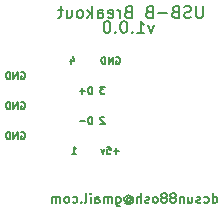
<source format=gbr>
G04 #@! TF.FileFunction,Legend,Bot*
%FSLAX46Y46*%
G04 Gerber Fmt 4.6, Leading zero omitted, Abs format (unit mm)*
G04 Created by KiCad (PCBNEW 4.0.7) date Thu May  3 20:42:55 2018*
%MOMM*%
%LPD*%
G01*
G04 APERTURE LIST*
%ADD10C,0.100000*%
%ADD11C,0.127000*%
%ADD12C,0.150000*%
%ADD13C,1.244600*%
%ADD14C,3.276600*%
%ADD15C,1.625600*%
%ADD16C,4.701600*%
%ADD17C,1.752600*%
G04 APERTURE END LIST*
D10*
D11*
X141709572Y-105452857D02*
X141252429Y-105452857D01*
X141481000Y-105681429D02*
X141481000Y-105224286D01*
X140681001Y-105081429D02*
X140966715Y-105081429D01*
X140995286Y-105367143D01*
X140966715Y-105338571D01*
X140909572Y-105310000D01*
X140766715Y-105310000D01*
X140709572Y-105338571D01*
X140681001Y-105367143D01*
X140652429Y-105424286D01*
X140652429Y-105567143D01*
X140681001Y-105624286D01*
X140709572Y-105652857D01*
X140766715Y-105681429D01*
X140909572Y-105681429D01*
X140966715Y-105652857D01*
X140995286Y-105624286D01*
X140452429Y-105281429D02*
X140309572Y-105681429D01*
X140166714Y-105281429D01*
X139430143Y-103141429D02*
X139430143Y-102541429D01*
X139287286Y-102541429D01*
X139201571Y-102570000D01*
X139144429Y-102627143D01*
X139115857Y-102684286D01*
X139087286Y-102798571D01*
X139087286Y-102884286D01*
X139115857Y-102998571D01*
X139144429Y-103055714D01*
X139201571Y-103112857D01*
X139287286Y-103141429D01*
X139430143Y-103141429D01*
X138830143Y-102912857D02*
X138373000Y-102912857D01*
X139430143Y-100601429D02*
X139430143Y-100001429D01*
X139287286Y-100001429D01*
X139201571Y-100030000D01*
X139144429Y-100087143D01*
X139115857Y-100144286D01*
X139087286Y-100258571D01*
X139087286Y-100344286D01*
X139115857Y-100458571D01*
X139144429Y-100515714D01*
X139201571Y-100572857D01*
X139287286Y-100601429D01*
X139430143Y-100601429D01*
X138830143Y-100372857D02*
X138373000Y-100372857D01*
X138601571Y-100601429D02*
X138601571Y-100144286D01*
X141452428Y-97490000D02*
X141509571Y-97461429D01*
X141595285Y-97461429D01*
X141681000Y-97490000D01*
X141738142Y-97547143D01*
X141766714Y-97604286D01*
X141795285Y-97718571D01*
X141795285Y-97804286D01*
X141766714Y-97918571D01*
X141738142Y-97975714D01*
X141681000Y-98032857D01*
X141595285Y-98061429D01*
X141538142Y-98061429D01*
X141452428Y-98032857D01*
X141423857Y-98004286D01*
X141423857Y-97804286D01*
X141538142Y-97804286D01*
X141166714Y-98061429D02*
X141166714Y-97461429D01*
X140823857Y-98061429D01*
X140823857Y-97461429D01*
X140538143Y-98061429D02*
X140538143Y-97461429D01*
X140395286Y-97461429D01*
X140309571Y-97490000D01*
X140252429Y-97547143D01*
X140223857Y-97604286D01*
X140195286Y-97718571D01*
X140195286Y-97804286D01*
X140223857Y-97918571D01*
X140252429Y-97975714D01*
X140309571Y-98032857D01*
X140395286Y-98061429D01*
X140538143Y-98061429D01*
X137649000Y-97661429D02*
X137649000Y-98061429D01*
X137791857Y-97432857D02*
X137934714Y-97861429D01*
X137563286Y-97861429D01*
X140503286Y-100001429D02*
X140131857Y-100001429D01*
X140331857Y-100230000D01*
X140246143Y-100230000D01*
X140189000Y-100258571D01*
X140160429Y-100287143D01*
X140131857Y-100344286D01*
X140131857Y-100487143D01*
X140160429Y-100544286D01*
X140189000Y-100572857D01*
X140246143Y-100601429D01*
X140417571Y-100601429D01*
X140474714Y-100572857D01*
X140503286Y-100544286D01*
X140474714Y-102598571D02*
X140446143Y-102570000D01*
X140389000Y-102541429D01*
X140246143Y-102541429D01*
X140189000Y-102570000D01*
X140160429Y-102598571D01*
X140131857Y-102655714D01*
X140131857Y-102712857D01*
X140160429Y-102798571D01*
X140503286Y-103141429D01*
X140131857Y-103141429D01*
X137718857Y-105681429D02*
X138061714Y-105681429D01*
X137890286Y-105681429D02*
X137890286Y-105081429D01*
X137947429Y-105167143D01*
X138004571Y-105224286D01*
X138061714Y-105252857D01*
X133400857Y-98760000D02*
X133458000Y-98731429D01*
X133543714Y-98731429D01*
X133629429Y-98760000D01*
X133686571Y-98817143D01*
X133715143Y-98874286D01*
X133743714Y-98988571D01*
X133743714Y-99074286D01*
X133715143Y-99188571D01*
X133686571Y-99245714D01*
X133629429Y-99302857D01*
X133543714Y-99331429D01*
X133486571Y-99331429D01*
X133400857Y-99302857D01*
X133372286Y-99274286D01*
X133372286Y-99074286D01*
X133486571Y-99074286D01*
X133115143Y-99331429D02*
X133115143Y-98731429D01*
X132772286Y-99331429D01*
X132772286Y-98731429D01*
X132486572Y-99331429D02*
X132486572Y-98731429D01*
X132343715Y-98731429D01*
X132258000Y-98760000D01*
X132200858Y-98817143D01*
X132172286Y-98874286D01*
X132143715Y-98988571D01*
X132143715Y-99074286D01*
X132172286Y-99188571D01*
X132200858Y-99245714D01*
X132258000Y-99302857D01*
X132343715Y-99331429D01*
X132486572Y-99331429D01*
X133400857Y-101300000D02*
X133458000Y-101271429D01*
X133543714Y-101271429D01*
X133629429Y-101300000D01*
X133686571Y-101357143D01*
X133715143Y-101414286D01*
X133743714Y-101528571D01*
X133743714Y-101614286D01*
X133715143Y-101728571D01*
X133686571Y-101785714D01*
X133629429Y-101842857D01*
X133543714Y-101871429D01*
X133486571Y-101871429D01*
X133400857Y-101842857D01*
X133372286Y-101814286D01*
X133372286Y-101614286D01*
X133486571Y-101614286D01*
X133115143Y-101871429D02*
X133115143Y-101271429D01*
X132772286Y-101871429D01*
X132772286Y-101271429D01*
X132486572Y-101871429D02*
X132486572Y-101271429D01*
X132343715Y-101271429D01*
X132258000Y-101300000D01*
X132200858Y-101357143D01*
X132172286Y-101414286D01*
X132143715Y-101528571D01*
X132143715Y-101614286D01*
X132172286Y-101728571D01*
X132200858Y-101785714D01*
X132258000Y-101842857D01*
X132343715Y-101871429D01*
X132486572Y-101871429D01*
X133400857Y-103840000D02*
X133458000Y-103811429D01*
X133543714Y-103811429D01*
X133629429Y-103840000D01*
X133686571Y-103897143D01*
X133715143Y-103954286D01*
X133743714Y-104068571D01*
X133743714Y-104154286D01*
X133715143Y-104268571D01*
X133686571Y-104325714D01*
X133629429Y-104382857D01*
X133543714Y-104411429D01*
X133486571Y-104411429D01*
X133400857Y-104382857D01*
X133372286Y-104354286D01*
X133372286Y-104154286D01*
X133486571Y-104154286D01*
X133115143Y-104411429D02*
X133115143Y-103811429D01*
X132772286Y-104411429D01*
X132772286Y-103811429D01*
X132486572Y-104411429D02*
X132486572Y-103811429D01*
X132343715Y-103811429D01*
X132258000Y-103840000D01*
X132200858Y-103897143D01*
X132172286Y-103954286D01*
X132143715Y-104068571D01*
X132143715Y-104154286D01*
X132172286Y-104268571D01*
X132200858Y-104325714D01*
X132258000Y-104382857D01*
X132343715Y-104411429D01*
X132486572Y-104411429D01*
D12*
X148795620Y-93178381D02*
X148795620Y-93987905D01*
X148748001Y-94083143D01*
X148700382Y-94130762D01*
X148605144Y-94178381D01*
X148414667Y-94178381D01*
X148319429Y-94130762D01*
X148271810Y-94083143D01*
X148224191Y-93987905D01*
X148224191Y-93178381D01*
X147795620Y-94130762D02*
X147652763Y-94178381D01*
X147414667Y-94178381D01*
X147319429Y-94130762D01*
X147271810Y-94083143D01*
X147224191Y-93987905D01*
X147224191Y-93892667D01*
X147271810Y-93797429D01*
X147319429Y-93749810D01*
X147414667Y-93702190D01*
X147605144Y-93654571D01*
X147700382Y-93606952D01*
X147748001Y-93559333D01*
X147795620Y-93464095D01*
X147795620Y-93368857D01*
X147748001Y-93273619D01*
X147700382Y-93226000D01*
X147605144Y-93178381D01*
X147367048Y-93178381D01*
X147224191Y-93226000D01*
X146462286Y-93654571D02*
X146319429Y-93702190D01*
X146271810Y-93749810D01*
X146224191Y-93845048D01*
X146224191Y-93987905D01*
X146271810Y-94083143D01*
X146319429Y-94130762D01*
X146414667Y-94178381D01*
X146795620Y-94178381D01*
X146795620Y-93178381D01*
X146462286Y-93178381D01*
X146367048Y-93226000D01*
X146319429Y-93273619D01*
X146271810Y-93368857D01*
X146271810Y-93464095D01*
X146319429Y-93559333D01*
X146367048Y-93606952D01*
X146462286Y-93654571D01*
X146795620Y-93654571D01*
X145795620Y-93797429D02*
X145033715Y-93797429D01*
X144224191Y-93654571D02*
X144081334Y-93702190D01*
X144033715Y-93749810D01*
X143986096Y-93845048D01*
X143986096Y-93987905D01*
X144033715Y-94083143D01*
X144081334Y-94130762D01*
X144176572Y-94178381D01*
X144557525Y-94178381D01*
X144557525Y-93178381D01*
X144224191Y-93178381D01*
X144128953Y-93226000D01*
X144081334Y-93273619D01*
X144033715Y-93368857D01*
X144033715Y-93464095D01*
X144081334Y-93559333D01*
X144128953Y-93606952D01*
X144224191Y-93654571D01*
X144557525Y-93654571D01*
X142462286Y-93654571D02*
X142319429Y-93702190D01*
X142271810Y-93749810D01*
X142224191Y-93845048D01*
X142224191Y-93987905D01*
X142271810Y-94083143D01*
X142319429Y-94130762D01*
X142414667Y-94178381D01*
X142795620Y-94178381D01*
X142795620Y-93178381D01*
X142462286Y-93178381D01*
X142367048Y-93226000D01*
X142319429Y-93273619D01*
X142271810Y-93368857D01*
X142271810Y-93464095D01*
X142319429Y-93559333D01*
X142367048Y-93606952D01*
X142462286Y-93654571D01*
X142795620Y-93654571D01*
X141795620Y-94178381D02*
X141795620Y-93511714D01*
X141795620Y-93702190D02*
X141748001Y-93606952D01*
X141700382Y-93559333D01*
X141605144Y-93511714D01*
X141509905Y-93511714D01*
X140795619Y-94130762D02*
X140890857Y-94178381D01*
X141081334Y-94178381D01*
X141176572Y-94130762D01*
X141224191Y-94035524D01*
X141224191Y-93654571D01*
X141176572Y-93559333D01*
X141081334Y-93511714D01*
X140890857Y-93511714D01*
X140795619Y-93559333D01*
X140748000Y-93654571D01*
X140748000Y-93749810D01*
X141224191Y-93845048D01*
X139890857Y-94178381D02*
X139890857Y-93654571D01*
X139938476Y-93559333D01*
X140033714Y-93511714D01*
X140224191Y-93511714D01*
X140319429Y-93559333D01*
X139890857Y-94130762D02*
X139986095Y-94178381D01*
X140224191Y-94178381D01*
X140319429Y-94130762D01*
X140367048Y-94035524D01*
X140367048Y-93940286D01*
X140319429Y-93845048D01*
X140224191Y-93797429D01*
X139986095Y-93797429D01*
X139890857Y-93749810D01*
X139414667Y-94178381D02*
X139414667Y-93178381D01*
X139319429Y-93797429D02*
X139033714Y-94178381D01*
X139033714Y-93511714D02*
X139414667Y-93892667D01*
X138462286Y-94178381D02*
X138557524Y-94130762D01*
X138605143Y-94083143D01*
X138652762Y-93987905D01*
X138652762Y-93702190D01*
X138605143Y-93606952D01*
X138557524Y-93559333D01*
X138462286Y-93511714D01*
X138319428Y-93511714D01*
X138224190Y-93559333D01*
X138176571Y-93606952D01*
X138128952Y-93702190D01*
X138128952Y-93987905D01*
X138176571Y-94083143D01*
X138224190Y-94130762D01*
X138319428Y-94178381D01*
X138462286Y-94178381D01*
X137271809Y-93511714D02*
X137271809Y-94178381D01*
X137700381Y-93511714D02*
X137700381Y-94035524D01*
X137652762Y-94130762D01*
X137557524Y-94178381D01*
X137414666Y-94178381D01*
X137319428Y-94130762D01*
X137271809Y-94083143D01*
X136938476Y-93511714D02*
X136557524Y-93511714D01*
X136795619Y-93178381D02*
X136795619Y-94035524D01*
X136748000Y-94130762D01*
X136652762Y-94178381D01*
X136557524Y-94178381D01*
X144636857Y-94781714D02*
X144398762Y-95448381D01*
X144160666Y-94781714D01*
X143255904Y-95448381D02*
X143827333Y-95448381D01*
X143541619Y-95448381D02*
X143541619Y-94448381D01*
X143636857Y-94591238D01*
X143732095Y-94686476D01*
X143827333Y-94734095D01*
X142827333Y-95353143D02*
X142779714Y-95400762D01*
X142827333Y-95448381D01*
X142874952Y-95400762D01*
X142827333Y-95353143D01*
X142827333Y-95448381D01*
X142160667Y-94448381D02*
X142065428Y-94448381D01*
X141970190Y-94496000D01*
X141922571Y-94543619D01*
X141874952Y-94638857D01*
X141827333Y-94829333D01*
X141827333Y-95067429D01*
X141874952Y-95257905D01*
X141922571Y-95353143D01*
X141970190Y-95400762D01*
X142065428Y-95448381D01*
X142160667Y-95448381D01*
X142255905Y-95400762D01*
X142303524Y-95353143D01*
X142351143Y-95257905D01*
X142398762Y-95067429D01*
X142398762Y-94829333D01*
X142351143Y-94638857D01*
X142303524Y-94543619D01*
X142255905Y-94496000D01*
X142160667Y-94448381D01*
X141398762Y-95353143D02*
X141351143Y-95400762D01*
X141398762Y-95448381D01*
X141446381Y-95400762D01*
X141398762Y-95353143D01*
X141398762Y-95448381D01*
X140732096Y-94448381D02*
X140636857Y-94448381D01*
X140541619Y-94496000D01*
X140494000Y-94543619D01*
X140446381Y-94638857D01*
X140398762Y-94829333D01*
X140398762Y-95067429D01*
X140446381Y-95257905D01*
X140494000Y-95353143D01*
X140541619Y-95400762D01*
X140636857Y-95448381D01*
X140732096Y-95448381D01*
X140827334Y-95400762D01*
X140874953Y-95353143D01*
X140922572Y-95257905D01*
X140970191Y-95067429D01*
X140970191Y-94829333D01*
X140922572Y-94638857D01*
X140874953Y-94543619D01*
X140827334Y-94496000D01*
X140732096Y-94448381D01*
X149630573Y-109835905D02*
X149630573Y-109035905D01*
X149630573Y-109797810D02*
X149706763Y-109835905D01*
X149859144Y-109835905D01*
X149935335Y-109797810D01*
X149973430Y-109759714D01*
X150011525Y-109683524D01*
X150011525Y-109454952D01*
X149973430Y-109378762D01*
X149935335Y-109340667D01*
X149859144Y-109302571D01*
X149706763Y-109302571D01*
X149630573Y-109340667D01*
X148906763Y-109797810D02*
X148982953Y-109835905D01*
X149135334Y-109835905D01*
X149211525Y-109797810D01*
X149249620Y-109759714D01*
X149287715Y-109683524D01*
X149287715Y-109454952D01*
X149249620Y-109378762D01*
X149211525Y-109340667D01*
X149135334Y-109302571D01*
X148982953Y-109302571D01*
X148906763Y-109340667D01*
X148602001Y-109797810D02*
X148525811Y-109835905D01*
X148373430Y-109835905D01*
X148297239Y-109797810D01*
X148259144Y-109721619D01*
X148259144Y-109683524D01*
X148297239Y-109607333D01*
X148373430Y-109569238D01*
X148487715Y-109569238D01*
X148563906Y-109531143D01*
X148602001Y-109454952D01*
X148602001Y-109416857D01*
X148563906Y-109340667D01*
X148487715Y-109302571D01*
X148373430Y-109302571D01*
X148297239Y-109340667D01*
X147573430Y-109302571D02*
X147573430Y-109835905D01*
X147916287Y-109302571D02*
X147916287Y-109721619D01*
X147878192Y-109797810D01*
X147802001Y-109835905D01*
X147687715Y-109835905D01*
X147611525Y-109797810D01*
X147573430Y-109759714D01*
X147192477Y-109302571D02*
X147192477Y-109835905D01*
X147192477Y-109378762D02*
X147154382Y-109340667D01*
X147078191Y-109302571D01*
X146963905Y-109302571D01*
X146887715Y-109340667D01*
X146849620Y-109416857D01*
X146849620Y-109835905D01*
X146354381Y-109378762D02*
X146430572Y-109340667D01*
X146468667Y-109302571D01*
X146506762Y-109226381D01*
X146506762Y-109188286D01*
X146468667Y-109112095D01*
X146430572Y-109074000D01*
X146354381Y-109035905D01*
X146202000Y-109035905D01*
X146125810Y-109074000D01*
X146087714Y-109112095D01*
X146049619Y-109188286D01*
X146049619Y-109226381D01*
X146087714Y-109302571D01*
X146125810Y-109340667D01*
X146202000Y-109378762D01*
X146354381Y-109378762D01*
X146430572Y-109416857D01*
X146468667Y-109454952D01*
X146506762Y-109531143D01*
X146506762Y-109683524D01*
X146468667Y-109759714D01*
X146430572Y-109797810D01*
X146354381Y-109835905D01*
X146202000Y-109835905D01*
X146125810Y-109797810D01*
X146087714Y-109759714D01*
X146049619Y-109683524D01*
X146049619Y-109531143D01*
X146087714Y-109454952D01*
X146125810Y-109416857D01*
X146202000Y-109378762D01*
X145592476Y-109378762D02*
X145668667Y-109340667D01*
X145706762Y-109302571D01*
X145744857Y-109226381D01*
X145744857Y-109188286D01*
X145706762Y-109112095D01*
X145668667Y-109074000D01*
X145592476Y-109035905D01*
X145440095Y-109035905D01*
X145363905Y-109074000D01*
X145325809Y-109112095D01*
X145287714Y-109188286D01*
X145287714Y-109226381D01*
X145325809Y-109302571D01*
X145363905Y-109340667D01*
X145440095Y-109378762D01*
X145592476Y-109378762D01*
X145668667Y-109416857D01*
X145706762Y-109454952D01*
X145744857Y-109531143D01*
X145744857Y-109683524D01*
X145706762Y-109759714D01*
X145668667Y-109797810D01*
X145592476Y-109835905D01*
X145440095Y-109835905D01*
X145363905Y-109797810D01*
X145325809Y-109759714D01*
X145287714Y-109683524D01*
X145287714Y-109531143D01*
X145325809Y-109454952D01*
X145363905Y-109416857D01*
X145440095Y-109378762D01*
X144830571Y-109835905D02*
X144906762Y-109797810D01*
X144944857Y-109759714D01*
X144982952Y-109683524D01*
X144982952Y-109454952D01*
X144944857Y-109378762D01*
X144906762Y-109340667D01*
X144830571Y-109302571D01*
X144716285Y-109302571D01*
X144640095Y-109340667D01*
X144602000Y-109378762D01*
X144563904Y-109454952D01*
X144563904Y-109683524D01*
X144602000Y-109759714D01*
X144640095Y-109797810D01*
X144716285Y-109835905D01*
X144830571Y-109835905D01*
X144259142Y-109797810D02*
X144182952Y-109835905D01*
X144030571Y-109835905D01*
X143954380Y-109797810D01*
X143916285Y-109721619D01*
X143916285Y-109683524D01*
X143954380Y-109607333D01*
X144030571Y-109569238D01*
X144144856Y-109569238D01*
X144221047Y-109531143D01*
X144259142Y-109454952D01*
X144259142Y-109416857D01*
X144221047Y-109340667D01*
X144144856Y-109302571D01*
X144030571Y-109302571D01*
X143954380Y-109340667D01*
X143573428Y-109835905D02*
X143573428Y-109035905D01*
X143230571Y-109835905D02*
X143230571Y-109416857D01*
X143268666Y-109340667D01*
X143344856Y-109302571D01*
X143459142Y-109302571D01*
X143535333Y-109340667D01*
X143573428Y-109378762D01*
X142354380Y-109454952D02*
X142392475Y-109416857D01*
X142468665Y-109378762D01*
X142544856Y-109378762D01*
X142621046Y-109416857D01*
X142659142Y-109454952D01*
X142697237Y-109531143D01*
X142697237Y-109607333D01*
X142659142Y-109683524D01*
X142621046Y-109721619D01*
X142544856Y-109759714D01*
X142468665Y-109759714D01*
X142392475Y-109721619D01*
X142354380Y-109683524D01*
X142354380Y-109378762D02*
X142354380Y-109683524D01*
X142316284Y-109721619D01*
X142278189Y-109721619D01*
X142201999Y-109683524D01*
X142163904Y-109607333D01*
X142163904Y-109416857D01*
X142240094Y-109302571D01*
X142354380Y-109226381D01*
X142506761Y-109188286D01*
X142659142Y-109226381D01*
X142773427Y-109302571D01*
X142849618Y-109416857D01*
X142887713Y-109569238D01*
X142849618Y-109721619D01*
X142773427Y-109835905D01*
X142659142Y-109912095D01*
X142506761Y-109950190D01*
X142354380Y-109912095D01*
X142240094Y-109835905D01*
X141478190Y-109302571D02*
X141478190Y-109950190D01*
X141516285Y-110026381D01*
X141554380Y-110064476D01*
X141630571Y-110102571D01*
X141744856Y-110102571D01*
X141821047Y-110064476D01*
X141478190Y-109797810D02*
X141554380Y-109835905D01*
X141706761Y-109835905D01*
X141782952Y-109797810D01*
X141821047Y-109759714D01*
X141859142Y-109683524D01*
X141859142Y-109454952D01*
X141821047Y-109378762D01*
X141782952Y-109340667D01*
X141706761Y-109302571D01*
X141554380Y-109302571D01*
X141478190Y-109340667D01*
X141097237Y-109835905D02*
X141097237Y-109302571D01*
X141097237Y-109378762D02*
X141059142Y-109340667D01*
X140982951Y-109302571D01*
X140868665Y-109302571D01*
X140792475Y-109340667D01*
X140754380Y-109416857D01*
X140754380Y-109835905D01*
X140754380Y-109416857D02*
X140716284Y-109340667D01*
X140640094Y-109302571D01*
X140525808Y-109302571D01*
X140449618Y-109340667D01*
X140411523Y-109416857D01*
X140411523Y-109835905D01*
X139687713Y-109835905D02*
X139687713Y-109416857D01*
X139725808Y-109340667D01*
X139801998Y-109302571D01*
X139954379Y-109302571D01*
X140030570Y-109340667D01*
X139687713Y-109797810D02*
X139763903Y-109835905D01*
X139954379Y-109835905D01*
X140030570Y-109797810D01*
X140068665Y-109721619D01*
X140068665Y-109645429D01*
X140030570Y-109569238D01*
X139954379Y-109531143D01*
X139763903Y-109531143D01*
X139687713Y-109493048D01*
X139306760Y-109835905D02*
X139306760Y-109302571D01*
X139306760Y-109035905D02*
X139344855Y-109074000D01*
X139306760Y-109112095D01*
X139268665Y-109074000D01*
X139306760Y-109035905D01*
X139306760Y-109112095D01*
X138811522Y-109835905D02*
X138887713Y-109797810D01*
X138925808Y-109721619D01*
X138925808Y-109035905D01*
X138506760Y-109759714D02*
X138468665Y-109797810D01*
X138506760Y-109835905D01*
X138544855Y-109797810D01*
X138506760Y-109759714D01*
X138506760Y-109835905D01*
X137782951Y-109797810D02*
X137859141Y-109835905D01*
X138011522Y-109835905D01*
X138087713Y-109797810D01*
X138125808Y-109759714D01*
X138163903Y-109683524D01*
X138163903Y-109454952D01*
X138125808Y-109378762D01*
X138087713Y-109340667D01*
X138011522Y-109302571D01*
X137859141Y-109302571D01*
X137782951Y-109340667D01*
X137325808Y-109835905D02*
X137401999Y-109797810D01*
X137440094Y-109759714D01*
X137478189Y-109683524D01*
X137478189Y-109454952D01*
X137440094Y-109378762D01*
X137401999Y-109340667D01*
X137325808Y-109302571D01*
X137211522Y-109302571D01*
X137135332Y-109340667D01*
X137097237Y-109378762D01*
X137059141Y-109454952D01*
X137059141Y-109683524D01*
X137097237Y-109759714D01*
X137135332Y-109797810D01*
X137211522Y-109835905D01*
X137325808Y-109835905D01*
X136716284Y-109835905D02*
X136716284Y-109302571D01*
X136716284Y-109378762D02*
X136678189Y-109340667D01*
X136601998Y-109302571D01*
X136487712Y-109302571D01*
X136411522Y-109340667D01*
X136373427Y-109416857D01*
X136373427Y-109835905D01*
X136373427Y-109416857D02*
X136335331Y-109340667D01*
X136259141Y-109302571D01*
X136144855Y-109302571D01*
X136068665Y-109340667D01*
X136030570Y-109416857D01*
X136030570Y-109835905D01*
%LPC*%
D13*
X134620000Y-104140000D03*
X134620000Y-99060000D03*
X134620000Y-101600000D03*
D14*
X132080000Y-107950000D03*
X132080000Y-95250000D03*
D13*
X129540000Y-101600000D03*
D15*
X139065000Y-105410000D03*
X141605000Y-102870000D03*
X141605000Y-100330000D03*
X139065000Y-97790000D03*
D16*
X153250000Y-105600000D03*
X153250000Y-97600000D03*
D17*
X146760000Y-100350000D03*
X148760000Y-100350000D03*
X146760000Y-102850000D03*
X148760000Y-102850000D03*
D15*
X136525000Y-102870000D03*
M02*

</source>
